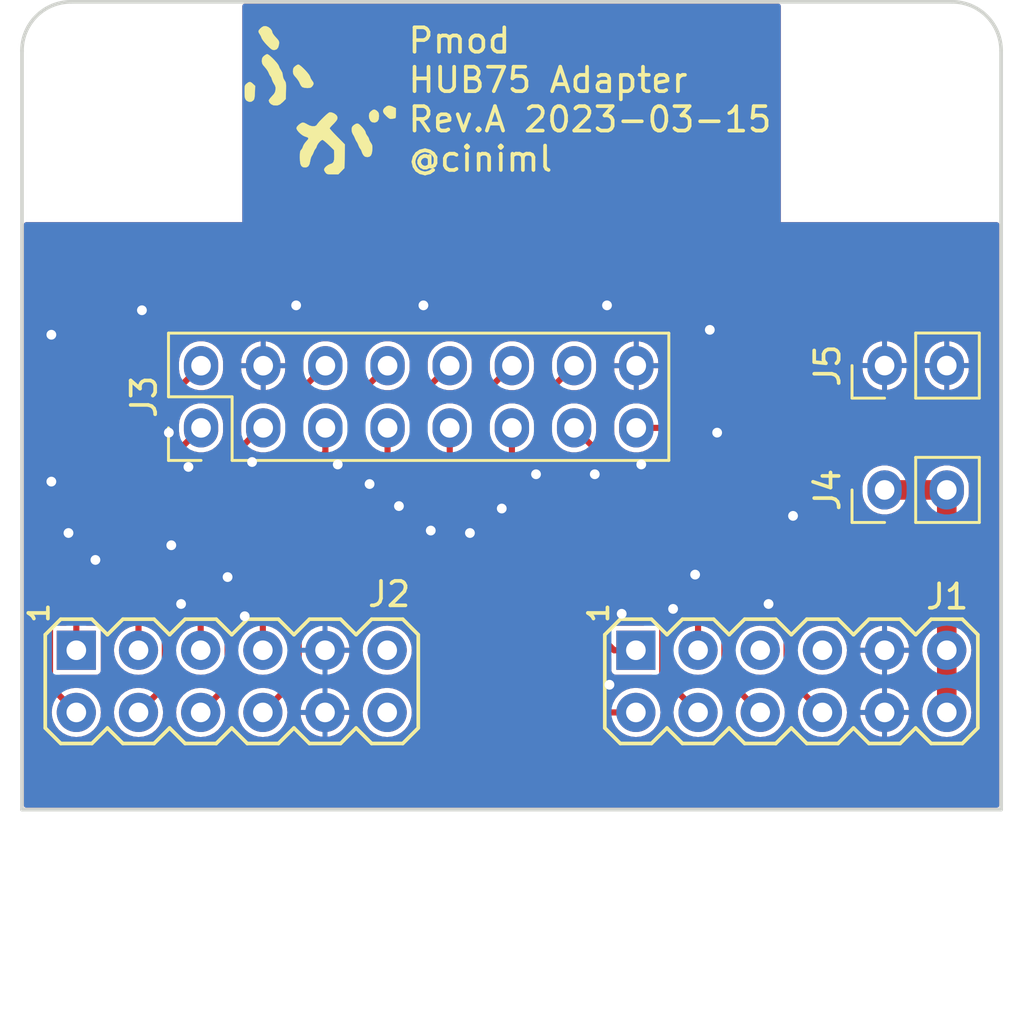
<source format=kicad_pcb>
(kicad_pcb (version 20221018) (generator pcbnew)
  (layers (0 "F.Cu" signal) (31 "B.Cu" signal) (34 "B.Paste" user) (35 "F.Paste" user) (36 "B.SilkS" user "B.Silkscreen") (37 "F.SilkS" user "F.Silkscreen") (38 "B.Mask" user) (39 "F.Mask" user) (44 "Edge.Cuts" user))
  (net 0 "")
  (net 1 "GND")
  (net 2 "+3V3")
  (net 3 "/PMOD0_P1_R1")
  (net 4 "/PMOD0_P2_B1")
  (net 5 "/PMOD0_P3_R2")
  (net 6 "/PMOD0_P4_B2")
  (net 7 "/PMOD0_P7_G1")
  (net 8 "/PMOD0_P8_G2")
  (net 9 "/PMOD0_P9_E")
  (net 10 "/PMOD0_P10_B")
  (net 11 "/PMOD1_P1_D")
  (net 12 "/PMOD1_P2_LAT")
  (net 13 "/PMOD1_P7_A")
  (net 14 "/PMOD1_P8_C")
  (net 15 "/PMOD1_P9_CLK")
  (net 16 "/PMOD1_P10_OE")
  (footprint "local:logo" (layer "F.Cu") (at -7.8 12)
    (fp_text reference "LOGO1" hide)
    (fp_text value "Logo_Open_Hardware_Small" hide)
    (fp_poly (pts (xy 2.266534 0.431852) (xy 2.305593 0.463223) (xy 2.355262 0.515521) (xy 2.378658 0.575002) (xy 2.384765 0.665353) (xy 2.384778 0.671927) (xy 2.367945 0.801733) (xy 2.317161 0.886684) (xy 2.231998 0.927335) (xy 2.184897 0.931334) (xy 2.094536 0.911088) (xy 2.034049 0.856972) (xy 1.984825 0.749721) (xy 1.975556 0.661925) (xy 1.983784 0.573551) (xy 2.017069 0.511515) (xy 2.062388 0.468176) (xy 2.140159 0.412537) (xy 2.201815 0.40056) (xy 2.266534 0.431852)) (stroke (width 0.01)) (fill solid) (layer "F.SilkS"))
    (fp_poly (pts (xy 2.900714 0.263428) (xy 2.951144 0.286205) (xy 3.076222 0.348672) (xy 3.076222 0.550632) (xy 3.072234 0.669347) (xy 3.05976 0.736614) (xy 3.040945 0.756825) (xy 2.989587 0.764971) (xy 2.916398 0.778483) (xy 2.860413 0.783104) (xy 2.809802 0.766674) (xy 2.747835 0.721382) (xy 2.697202 0.676145) (xy 2.602329 0.577949) (xy 2.555018 0.497724) (xy 2.553042 0.42685) (xy 2.594173 0.356709) (xy 2.610128 0.339113) (xy 2.70204 0.264318) (xy 2.79423 0.239814) (xy 2.900714 0.263428)) (stroke (width 0.01)) (fill solid) (layer "F.SilkS"))
    (fp_poly (pts (xy -2.821762 -0.697439) (xy -2.76603 -0.649347) (xy -2.675646 -0.564916) (xy -2.685434 -0.299476) (xy -2.692719 -0.164645) (xy -2.704341 -0.073676) (xy -2.722756 -0.014017) (xy -2.748985 0.025316) (xy -2.829438 0.076831) (xy -2.923103 0.083052) (xy -3.01085 0.044945) (xy -3.045951 0.010305) (xy -3.07453 -0.034395) (xy -3.092145 -0.089239) (xy -3.101259 -0.16837) (xy -3.104331 -0.285931) (xy -3.104444 -0.325853) (xy -3.103697 -0.449162) (xy -3.099073 -0.529802) (xy -3.087001 -0.581546) (xy -3.06391 -0.618166) (xy -3.026228 -0.653438) (xy -3.017612 -0.660713) (xy -2.942438 -0.715306) (xy -2.883435 -0.727832) (xy -2.821762 -0.697439)) (stroke (width 0.01)) (fill solid) (layer "F.SilkS"))
    (fp_poly (pts (xy -2.136828 -2.967847) (xy -2.051213 -2.903292) (xy -1.99239 -2.823171) (xy -1.975555 -2.755169) (xy -1.957022 -2.70896) (xy -1.90817 -2.637898) (xy -1.839127 -2.556509) (xy -1.830995 -2.547824) (xy -1.756918 -2.467201) (xy -1.714966 -2.410472) (xy -1.697559 -2.361412) (xy -1.697118 -2.303796) (xy -1.700657 -2.268785) (xy -1.732754 -2.142515) (xy -1.795162 -2.063728) (xy -1.887765 -2.03256) (xy -1.904604 -2.032) (xy -1.953741 -2.038825) (xy -2.005189 -2.064185) (xy -2.06924 -2.115406) (xy -2.156184 -2.199812) (xy -2.192054 -2.236611) (xy -2.279064 -2.332599) (xy -2.351105 -2.423213) (xy -2.398229 -2.495367) (xy -2.41024 -2.523661) (xy -2.444002 -2.6089) (xy -2.485305 -2.675634) (xy -2.524508 -2.739889) (xy -2.54 -2.792526) (xy -2.517976 -2.846273) (xy -2.463148 -2.910392) (xy -2.392381 -2.968442) (xy -2.323349 -3.00374) (xy -2.232964 -3.005207) (xy -2.136828 -2.967847)) (stroke (width 0.01)) (fill solid) (layer "F.SilkS"))
    (fp_poly (pts (xy -0.865785 -1.418897) (xy -0.795105 -1.364712) (xy -0.710403 -1.287463) (xy -0.622071 -1.197835) (xy -0.540502 -1.106512) (xy -0.47609 -1.024179) (xy -0.439226 -0.961521) (xy -0.435309 -0.949202) (xy -0.402903 -0.865014) (xy -0.351172 -0.783474) (xy -0.349124 -0.781001) (xy -0.29677 -0.706358) (xy -0.287938 -0.645977) (xy -0.321861 -0.579131) (xy -0.340715 -0.554139) (xy -0.385496 -0.508646) (xy -0.440053 -0.486458) (xy -0.525606 -0.479893) (xy -0.546102 -0.479778) (xy -0.650975 -0.488496) (xy -0.733647 -0.511284) (xy -0.75356 -0.522198) (xy -0.802299 -0.576958) (xy -0.843485 -0.656487) (xy -0.848363 -0.670365) (xy -0.886715 -0.749038) (xy -0.950318 -0.842641) (xy -1.005745 -0.908957) (xy -1.075428 -0.98955) (xy -1.112708 -1.052551) (xy -1.127173 -1.118088) (xy -1.128889 -1.167504) (xy -1.121719 -1.256372) (xy -1.092204 -1.317245) (xy -1.042057 -1.366269) (xy -0.976154 -1.413187) (xy -0.921379 -1.438107) (xy -0.912049 -1.439333) (xy -0.865785 -1.418897)) (stroke (width 0.01)) (fill solid) (layer "F.SilkS"))
    (fp_poly (pts (xy 1.57599 1.006093) (xy 1.647291 1.069696) (xy 1.721059 1.148928) (xy 1.784749 1.229604) (xy 1.82582 1.297543) (xy 1.834445 1.328217) (xy 1.852053 1.389112) (xy 1.895389 1.460716) (xy 1.905 1.472703) (xy 1.95107 1.538614) (xy 1.974723 1.594267) (xy 1.975556 1.60226) (xy 1.990872 1.652141) (xy 2.029438 1.724005) (xy 2.049445 1.754589) (xy 2.090439 1.821334) (xy 2.110827 1.883755) (xy 2.115402 1.964115) (xy 2.11171 2.043786) (xy 2.092012 2.185088) (xy 2.051581 2.278163) (xy 1.986447 2.32868) (xy 1.902674 2.342445) (xy 1.810579 2.321336) (xy 1.753778 2.270564) (xy 1.706417 2.19135) (xy 1.67936 2.117292) (xy 1.653456 2.046749) (xy 1.622407 2.00347) (xy 1.588318 1.956176) (xy 1.55493 1.881712) (xy 1.550098 1.867465) (xy 1.518115 1.787131) (xy 1.483133 1.725546) (xy 1.478451 1.719723) (xy 1.443115 1.66302) (xy 1.409132 1.584875) (xy 1.406947 1.578612) (xy 1.368637 1.490983) (xy 1.322513 1.415123) (xy 1.321928 1.414361) (xy 1.282335 1.32626) (xy 1.27 1.225297) (xy 1.276774 1.140537) (xy 1.306337 1.083182) (xy 1.367438 1.02922) (xy 1.456007 0.977615) (xy 1.519697 0.972301) (xy 1.57599 1.006093)) (stroke (width 0.01)) (fill solid) (layer "F.SilkS"))
    (fp_poly (pts (xy -2.135785 -1.84223) (xy -2.065105 -1.788045) (xy -1.980403 -1.710796) (xy -1.892071 -1.621168) (xy -1.810502 -1.529845) (xy -1.74609 -1.447512) (xy -1.709226 -1.384854) (xy -1.705309 -1.372536) (xy -1.672903 -1.288348) (xy -1.621172 -1.206807) (xy -1.619124 -1.204334) (xy -1.562092 -1.095628) (xy -1.552222 -1.015088) (xy -1.52529 -0.88379) (xy -1.479499 -0.798531) (xy -1.44841 -0.749647) (xy -1.428137 -0.703751) (xy -1.416815 -0.647992) (xy -1.412582 -0.569523) (xy -1.413571 -0.455494) (xy -1.415999 -0.360955) (xy -1.425222 -0.030467) (xy -1.548381 0.094943) (xy -1.66025 0.188192) (xy -1.770363 0.231715) (xy -1.892816 0.229959) (xy -1.942283 0.21919) (xy -2.026662 0.176854) (xy -2.090482 0.108322) (xy -2.116642 0.032149) (xy -2.116666 0.029968) (xy -2.097956 -0.01073) (xy -2.049104 -0.075541) (xy -1.986526 -0.144299) (xy -1.90972 -0.229413) (xy -1.866447 -0.300756) (xy -1.845389 -0.378824) (xy -1.841721 -0.406532) (xy -1.838596 -0.503404) (xy -1.861207 -0.579968) (xy -1.89865 -0.642264) (xy -1.948414 -0.72999) (xy -1.983666 -0.81759) (xy -1.988825 -0.837661) (xy -2.013514 -0.910774) (xy -2.046481 -0.959863) (xy -2.080629 -1.007134) (xy -2.114187 -1.081564) (xy -2.119079 -1.095868) (xy -2.156969 -1.17324) (xy -2.220187 -1.26592) (xy -2.275745 -1.332291) (xy -2.345428 -1.412884) (xy -2.382708 -1.475884) (xy -2.397173 -1.541421) (xy -2.398889 -1.590838) (xy -2.391719 -1.679705) (xy -2.362204 -1.740579) (xy -2.312057 -1.789602) (xy -2.246154 -1.83652) (xy -2.191379 -1.861441) (xy -2.182049 -1.862666) (xy -2.135785 -1.84223)) (stroke (width 0.01)) (fill solid) (layer "F.SilkS"))
    (fp_poly (pts (xy 0.447208 0.520011) (xy 0.543941 0.557204) (xy 0.62901 0.618331) (xy 0.662591 0.658298) (xy 0.688795 0.721283) (xy 0.680807 0.787618) (xy 0.634837 0.865844) (xy 0.547095 0.964499) (xy 0.510551 1.000828) (xy 0.439543 1.073708) (xy 0.388192 1.133387) (xy 0.366975 1.167624) (xy 0.366889 1.168675) (xy 0.385777 1.197315) (xy 0.437916 1.258262) (xy 0.516521 1.344035) (xy 0.614808 1.447153) (xy 0.679222 1.513038) (xy 0.991554 1.829605) (xy 0.982611 2.310677) (xy 0.973667 2.791748) (xy 0.847846 2.919874) (xy 0.722026 3.048) (xy 0.490061 3.048) (xy 0.374067 3.046697) (xy 0.299979 3.040309) (xy 0.253278 3.025118) (xy 0.219444 2.997407) (xy 0.199604 2.973639) (xy 0.158846 2.908353) (xy 0.141135 2.853292) (xy 0.141111 2.851919) (xy 0.164583 2.792835) (xy 0.224135 2.726849) (xy 0.303475 2.668103) (xy 0.38631 2.63074) (xy 0.399604 2.627525) (xy 0.47701 2.597565) (xy 0.52708 2.54001) (xy 0.553336 2.446742) (xy 0.559301 2.309646) (xy 0.557838 2.262875) (xy 0.549039 2.056305) (xy 0.334523 1.846597) (xy 0.242016 1.76006) (xy 0.160491 1.690892) (xy 0.100313 1.647488) (xy 0.075545 1.636889) (xy 0.02329 1.659181) (xy -0.040673 1.715257) (xy -0.101829 1.788921) (xy -0.145662 1.863972) (xy -0.156246 1.89555) (xy -0.182544 1.964516) (xy -0.212037 2.004085) (xy -0.246126 2.05138) (xy -0.279514 2.125844) (xy -0.284346 2.140091) (xy -0.317948 2.222499) (xy -0.356407 2.287747) (xy -0.361131 2.29351) (xy -0.389282 2.348791) (xy -0.41459 2.436932) (xy -0.426026 2.500643) (xy -0.45651 2.634255) (xy -0.507342 2.718978) (xy -0.582645 2.759983) (xy -0.637326 2.765778) (xy -0.722908 2.751953) (xy -0.783489 2.706418) (xy -0.822188 2.62308) (xy -0.842126 2.495848) (xy -0.846666 2.357124) (xy -0.844991 2.229537) (xy -0.838456 2.145551) (xy -0.824795 2.092385) (xy -0.801745 2.057255) (xy -0.791822 2.047559) (xy -0.746242 1.983759) (xy -0.718429 1.909129) (xy -0.688433 1.839394) (xy -0.631086 1.754787) (xy -0.584068 1.700506) (xy -0.517268 1.625368) (xy -0.496073 1.576029) (xy -0.523457 1.541562) (xy -0.602397 1.511037) (xy -0.638532 1.500458) (xy -0.72207 1.46132) (xy -0.81207 1.395652) (xy -0.895162 1.316465) (xy -0.957972 1.23677) (xy -0.987129 1.169575) (xy -0.987778 1.160665) (xy -0.965085 1.104551) (xy -0.908373 1.039138) (xy -0.834689 0.979169) (xy -0.761081 0.939391) (xy -0.722623 0.931334) (xy -0.659841 0.946898) (xy -0.579113 0.986073) (xy -0.547216 1.00617) (xy -0.444067 1.058734) (xy -0.337517 1.08432) (xy -0.242631 1.081988) (xy -0.174474 1.050796) (xy -0.158311 1.030464) (xy -0.115785 0.970951) (xy -0.045734 0.889896) (xy 0.041457 0.797547) (xy 0.135403 0.704156) (xy 0.225719 0.619971) (xy 0.302019 0.555244) (xy 0.353918 0.520224) (xy 0.361539 0.51739) (xy 0.447208 0.520011)) (stroke (width 0.01)) (fill solid) (layer "F.SilkS"))
  )
  (footprint "local:MountingHole_3.2mm_M3_Mask" (layer "F.Cu") (at -15 13)
    (fp_text reference "H1" hide)
    (fp_text value "MountingHole")
    (pad "" np_thru_hole circle (at 0 0) (size 3.2 3.2) (drill 3.2) (layers "F&B.Cu" "*.Mask"))
  )
  (footprint "local:MountingHole_3.2mm_M3_Mask" (layer "F.Cu") (at 15 13)
    (fp_text reference "H2" hide)
    (fp_text value "MountingHole")
    (pad "" np_thru_hole circle (at 0 0) (size 3.2 3.2) (drill 3.2) (layers "F&B.Cu" "*.Mask"))
  )
  (footprint "local:Conn_Pmod_Spec_B_Thin" (layer "F.Cu") (at 5.08 34.49 90)
    (fp_text reference "J1" (at 2.19 12.72) (layer "F.SilkS"))
    (fp_text value "Conn_02x06_Top_Bottom")
    (fp_text user "1" (at 1.524 -1.524 90 unlocked) (layer "F.SilkS") (effects (font (size 0.8 0.8))))
    (fp_line (start -3.81 -0.635) (end -3.175 -1.27) (stroke (width 0.15)) (layer "F.SilkS"))
    (fp_line (start -3.81 0.635) (end -3.81 -0.635) (stroke (width 0.15)) (layer "F.SilkS"))
    (fp_line (start -3.81 1.905) (end -3.175 1.27) (stroke (width 0.15)) (layer "F.SilkS"))
    (fp_line (start -3.81 3.175) (end -3.81 1.905) (stroke (width 0.15)) (layer "F.SilkS"))
    (fp_line (start -3.81 4.445) (end -3.175 3.81) (stroke (width 0.15)) (layer "F.SilkS"))
    (fp_line (start -3.81 5.715) (end -3.81 4.445) (stroke (width 0.15)) (layer "F.SilkS"))
    (fp_line (start -3.81 6.985) (end -3.175 6.35) (stroke (width 0.15)) (layer "F.SilkS"))
    (fp_line (start -3.81 8.255) (end -3.81 6.985) (stroke (width 0.15)) (layer "F.SilkS"))
    (fp_line (start -3.81 9.525) (end -3.175 8.89) (stroke (width 0.15)) (layer "F.SilkS"))
    (fp_line (start -3.81 10.795) (end -3.81 9.525) (stroke (width 0.15)) (layer "F.SilkS"))
    (fp_line (start -3.81 12.065) (end -3.175 11.43) (stroke (width 0.15)) (layer "F.SilkS"))
    (fp_line (start -3.81 13.335) (end -3.81 12.065) (stroke (width 0.15)) (layer "F.SilkS"))
    (fp_line (start -3.175 -1.27) (end 0.635 -1.27) (stroke (width 0.15)) (layer "F.SilkS"))
    (fp_line (start -3.175 1.27) (end -3.81 0.635) (stroke (width 0.15)) (layer "F.SilkS"))
    (fp_line (start -3.175 3.81) (end -3.81 3.175) (stroke (width 0.15)) (layer "F.SilkS"))
    (fp_line (start -3.175 6.35) (end -3.81 5.715) (stroke (width 0.15)) (layer "F.SilkS"))
    (fp_line (start -3.175 8.89) (end -3.81 8.255) (stroke (width 0.15)) (layer "F.SilkS"))
    (fp_line (start -3.175 11.43) (end -3.81 10.795) (stroke (width 0.15)) (layer "F.SilkS"))
    (fp_line (start -3.175 13.97) (end -3.81 13.335) (stroke (width 0.15)) (layer "F.SilkS"))
    (fp_line (start 0.635 -1.27) (end 1.27 -0.635) (stroke (width 0.15)) (layer "F.SilkS"))
    (fp_line (start 0.635 1.27) (end 1.27 1.905) (stroke (width 0.15)) (layer "F.SilkS"))
    (fp_line (start 0.635 3.81) (end 1.27 4.445) (stroke (width 0.15)) (layer "F.SilkS"))
    (fp_line (start 0.635 6.35) (end 1.27 6.985) (stroke (width 0.15)) (layer "F.SilkS"))
    (fp_line (start 0.635 8.89) (end 1.27 9.525) (stroke (width 0.15)) (layer "F.SilkS"))
    (fp_line (start 0.635 11.43) (end 1.27 12.065) (stroke (width 0.15)) (layer "F.SilkS"))
    (fp_line (start 0.635 13.97) (end -3.175 13.97) (stroke (width 0.15)) (layer "F.SilkS"))
    (fp_line (start 1.27 -0.635) (end 1.27 0.635) (stroke (width 0.15)) (layer "F.SilkS"))
    (fp_line (start 1.27 0.635) (end 0.635 1.27) (stroke (width 0.15)) (layer "F.SilkS"))
    (fp_line (start 1.27 1.905) (end 1.27 3.175) (stroke (width 0.15)) (layer "F.SilkS"))
    (fp_line (start 1.27 3.175) (end 0.635 3.81) (stroke (width 0.15)) (layer "F.SilkS"))
    (fp_line (start 1.27 4.445) (end 1.27 5.715) (stroke (width 0.15)) (layer "F.SilkS"))
    (fp_line (start 1.27 5.715) (end 0.635 6.35) (stroke (width 0.15)) (layer "F.SilkS"))
    (fp_line (start 1.27 6.985) (end 1.27 8.255) (stroke (width 0.15)) (layer "F.SilkS"))
    (fp_line (start 1.27 8.255) (end 0.635 8.89) (stroke (width 0.15)) (layer "F.SilkS"))
    (fp_line (start 1.27 9.525) (end 1.27 10.795) (stroke (width 0.15)) (layer "F.SilkS"))
    (fp_line (start 1.27 10.795) (end 0.635 11.43) (stroke (width 0.15)) (layer "F.SilkS"))
    (fp_line (start 1.27 12.065) (end 1.27 13.335) (stroke (width 0.15)) (layer "F.SilkS"))
    (fp_line (start 1.27 13.335) (end 0.635 13.97) (stroke (width 0.15)) (layer "F.SilkS"))
    (pad "1" thru_hole rect (at 0 0 270) (size 1.6 1.6) (drill 0.8) (layers "*.Cu" "*.Mask") (net 11 "/PMOD1_P1_D"))
    (pad "2" thru_hole oval (at 0 2.54 270) (size 1.6 1.6) (drill 0.8) (layers "*.Cu" "*.Mask") (net 12 "/PMOD1_P2_LAT"))
    (pad "3" thru_hole oval (at 0 5.08 270) (size 1.6 1.6) (drill 0.8) (layers "*.Cu" "*.Mask"))
    (pad "4" thru_hole oval (at 0 7.62 270) (size 1.6 1.6) (drill 0.8) (layers "*.Cu" "*.Mask"))
    (pad "5" thru_hole oval (at 0 10.16 270) (size 1.6 1.6) (drill 0.8) (layers "*.Cu" "*.Mask") (net 1 "GND"))
    (pad "6" thru_hole oval (at 0 12.7 270) (size 1.6 1.6) (drill 0.8) (layers "*.Cu" "*.Mask") (net 2 "+3V3"))
    (pad "7" thru_hole oval (at -2.54 0 270) (size 1.6 1.6) (drill 0.8) (layers "*.Cu" "*.Mask") (net 13 "/PMOD1_P7_A"))
    (pad "8" thru_hole oval (at -2.54 2.54 270) (size 1.6 1.6) (drill 0.8) (layers "*.Cu" "*.Mask") (net 14 "/PMOD1_P8_C"))
    (pad "9" thru_hole oval (at -2.54 5.08 270) (size 1.6 1.6) (drill 0.8) (layers "*.Cu" "*.Mask") (net 15 "/PMOD1_P9_CLK"))
    (pad "10" thru_hole oval (at -2.54 7.62 270) (size 1.6 1.6) (drill 0.8) (layers "*.Cu" "*.Mask") (net 16 "/PMOD1_P10_OE"))
    (pad "11" thru_hole oval (at -2.54 10.16 270) (size 1.6 1.6) (drill 0.8) (layers "*.Cu" "*.Mask") (net 1 "GND"))
    (pad "12" thru_hole oval (at -2.54 12.7 270) (size 1.6 1.6) (drill 0.8) (layers "*.Cu" "*.Mask") (net 2 "+3V3"))
  )
  (footprint "Connector_PinHeader_2.54mm_thin:PinHeader_1x02_P2.54mm_Vertical" (layer "F.Cu") (at 15.24 22.86 90)
    (fp_text reference "J5" (at 0 -2.33 90) (layer "F.SilkS"))
    (fp_text value "Conn_01x02")
    (fp_line (start -1.33 -1.33) (end 0 -1.33) (stroke (width 0.12)) (layer "F.SilkS"))
    (fp_line (start -1.33 0) (end -1.33 -1.33) (stroke (width 0.12)) (layer "F.SilkS"))
    (fp_line (start -1.33 1.27) (end -1.33 3.87) (stroke (width 0.12)) (layer "F.SilkS"))
    (fp_line (start -1.33 1.27) (end 1.33 1.27) (stroke (width 0.12)) (layer "F.SilkS"))
    (fp_line (start -1.33 3.87) (end 1.33 3.87) (stroke (width 0.12)) (layer "F.SilkS"))
    (fp_line (start 1.33 1.27) (end 1.33 3.87) (stroke (width 0.12)) (layer "F.SilkS"))
    (pad "1" thru_hole oval (at 0 0 90) (size 1.6 1.4) (drill 0.8) (layers "*.Cu" "*.Mask") (net 1 "GND"))
    (pad "2" thru_hole oval (at 0 2.54 90) (size 1.6 1.4) (drill 0.8) (layers "*.Cu" "*.Mask") (net 1 "GND"))
  )
  (footprint "Connector_PinHeader_2.54mm_thin:PinHeader_2x08_P2.54mm_Vertical" (layer "F.Cu") (at -12.685 25.405 90)
    (fp_text reference "J3" (at 1.27 -2.33 90) (layer "F.SilkS"))
    (fp_text value "Conn_02x08_Odd_Even")
    (fp_line (start -1.33 -1.33) (end 0 -1.33) (stroke (width 0.12)) (layer "F.SilkS"))
    (fp_line (start -1.33 0) (end -1.33 -1.33) (stroke (width 0.12)) (layer "F.SilkS"))
    (fp_line (start -1.33 1.27) (end -1.33 19.11) (stroke (width 0.12)) (layer "F.SilkS"))
    (fp_line (start -1.33 1.27) (end 1.27 1.27) (stroke (width 0.12)) (layer "F.SilkS"))
    (fp_line (start -1.33 19.11) (end 3.87 19.11) (stroke (width 0.12)) (layer "F.SilkS"))
    (fp_line (start 1.27 -1.33) (end 3.87 -1.33) (stroke (width 0.12)) (layer "F.SilkS"))
    (fp_line (start 1.27 1.27) (end 1.27 -1.33) (stroke (width 0.12)) (layer "F.SilkS"))
    (fp_line (start 3.87 -1.33) (end 3.87 19.11) (stroke (width 0.12)) (layer "F.SilkS"))
    (pad "1" thru_hole oval (at 0 0 90) (size 1.6 1.4) (drill 0.8) (layers "*.Cu" "*.Mask") (net 3 "/PMOD0_P1_R1"))
    (pad "2" thru_hole oval (at 2.54 0 90) (size 1.6 1.4) (drill 0.8) (layers "*.Cu" "*.Mask") (net 7 "/PMOD0_P7_G1"))
    (pad "3" thru_hole oval (at 0 2.54 90) (size 1.6 1.4) (drill 0.8) (layers "*.Cu" "*.Mask") (net 4 "/PMOD0_P2_B1"))
    (pad "4" thru_hole oval (at 2.54 2.54 90) (size 1.6 1.4) (drill 0.8) (layers "*.Cu" "*.Mask") (net 1 "GND"))
    (pad "5" thru_hole oval (at 0 5.08 90) (size 1.6 1.4) (drill 0.8) (layers "*.Cu" "*.Mask") (net 5 "/PMOD0_P3_R2"))
    (pad "6" thru_hole oval (at 2.54 5.08 90) (size 1.6 1.4) (drill 0.8) (layers "*.Cu" "*.Mask") (net 8 "/PMOD0_P8_G2"))
    (pad "7" thru_hole oval (at 0 7.62 90) (size 1.6 1.4) (drill 0.8) (layers "*.Cu" "*.Mask") (net 6 "/PMOD0_P4_B2"))
    (pad "8" thru_hole oval (at 2.54 7.62 90) (size 1.6 1.4) (drill 0.8) (layers "*.Cu" "*.Mask") (net 9 "/PMOD0_P9_E"))
    (pad "9" thru_hole oval (at 0 10.16 90) (size 1.6 1.4) (drill 0.8) (layers "*.Cu" "*.Mask") (net 13 "/PMOD1_P7_A"))
    (pad "10" thru_hole oval (at 2.54 10.16 90) (size 1.6 1.4) (drill 0.8) (layers "*.Cu" "*.Mask") (net 10 "/PMOD0_P10_B"))
    (pad "11" thru_hole oval (at 0 12.7 90) (size 1.6 1.4) (drill 0.8) (layers "*.Cu" "*.Mask") (net 14 "/PMOD1_P8_C"))
    (pad "12" thru_hole oval (at 2.54 12.7 90) (size 1.6 1.4) (drill 0.8) (layers "*.Cu" "*.Mask") (net 11 "/PMOD1_P1_D"))
    (pad "13" thru_hole oval (at 0 15.24 90) (size 1.6 1.4) (drill 0.8) (layers "*.Cu" "*.Mask") (net 15 "/PMOD1_P9_CLK"))
    (pad "14" thru_hole oval (at 2.54 15.24 90) (size 1.6 1.4) (drill 0.8) (layers "*.Cu" "*.Mask") (net 12 "/PMOD1_P2_LAT"))
    (pad "15" thru_hole oval (at 0 17.78 90) (size 1.6 1.4) (drill 0.8) (layers "*.Cu" "*.Mask") (net 16 "/PMOD1_P10_OE"))
    (pad "16" thru_hole oval (at 2.54 17.78 90) (size 1.6 1.4) (drill 0.8) (layers "*.Cu" "*.Mask") (net 1 "GND"))
  )
  (footprint "local:Conn_Pmod_Spec_B_Thin" (layer "F.Cu") (at -17.78 34.49 90)
    (fp_text reference "J2" (at 2.29 12.78) (layer "F.SilkS"))
    (fp_text value "Conn_02x06_Top_Bottom")
    (fp_text user "1" (at 1.524 -1.524 90 unlocked) (layer "F.SilkS") (effects (font (size 0.8 0.8))))
    (fp_line (start -3.81 -0.635) (end -3.175 -1.27) (stroke (width 0.15)) (layer "F.SilkS"))
    (fp_line (start -3.81 0.635) (end -3.81 -0.635) (stroke (width 0.15)) (layer "F.SilkS"))
    (fp_line (start -3.81 1.905) (end -3.175 1.27) (stroke (width 0.15)) (layer "F.SilkS"))
    (fp_line (start -3.81 3.175) (end -3.81 1.905) (stroke (width 0.15)) (layer "F.SilkS"))
    (fp_line (start -3.81 4.445) (end -3.175 3.81) (stroke (width 0.15)) (layer "F.SilkS"))
    (fp_line (start -3.81 5.715) (end -3.81 4.445) (stroke (width 0.15)) (layer "F.SilkS"))
    (fp_line (start -3.81 6.985) (end -3.175 6.35) (stroke (width 0.15)) (layer "F.SilkS"))
    (fp_line (start -3.81 8.255) (end -3.81 6.985) (stroke (width 0.15)) (layer "F.SilkS"))
    (fp_line (start -3.81 9.525) (end -3.175 8.89) (stroke (width 0.15)) (layer "F.SilkS"))
    (fp_line (start -3.81 10.795) (end -3.81 9.525) (stroke (width 0.15)) (layer "F.SilkS"))
    (fp_line (start -3.81 12.065) (end -3.175 11.43) (stroke (width 0.15)) (layer "F.SilkS"))
    (fp_line (start -3.81 13.335) (end -3.81 12.065) (stroke (width 0.15)) (layer "F.SilkS"))
    (fp_line (start -3.175 -1.27) (end 0.635 -1.27) (stroke (width 0.15)) (layer "F.SilkS"))
    (fp_line (start -3.175 1.27) (end -3.81 0.635) (stroke (width 0.15)) (layer "F.SilkS"))
    (fp_line (start -3.175 3.81) (end -3.81 3.175) (stroke (width 0.15)) (layer "F.SilkS"))
    (fp_line (start -3.175 6.35) (end -3.81 5.715) (stroke (width 0.15)) (layer "F.SilkS"))
    (fp_line (start -3.175 8.89) (end -3.81 8.255) (stroke (width 0.15)) (layer "F.SilkS"))
    (fp_line (start -3.175 11.43) (end -3.81 10.795) (stroke (width 0.15)) (layer "F.SilkS"))
    (fp_line (start -3.175 13.97) (end -3.81 13.335) (stroke (width 0.15)) (layer "F.SilkS"))
    (fp_line (start 0.635 -1.27) (end 1.27 -0.635) (stroke (width 0.15)) (layer "F.SilkS"))
    (fp_line (start 0.635 1.27) (end 1.27 1.905) (stroke (width 0.15)) (layer "F.SilkS"))
    (fp_line (start 0.635 3.81) (end 1.27 4.445) (stroke (width 0.15)) (layer "F.SilkS"))
    (fp_line (start 0.635 6.35) (end 1.27 6.985) (stroke (width 0.15)) (layer "F.SilkS"))
    (fp_line (start 0.635 8.89) (end 1.27 9.525) (stroke (width 0.15)) (layer "F.SilkS"))
    (fp_line (start 0.635 11.43) (end 1.27 12.065) (stroke (width 0.15)) (layer "F.SilkS"))
    (fp_line (start 0.635 13.97) (end -3.175 13.97) (stroke (width 0.15)) (layer "F.SilkS"))
    (fp_line (start 1.27 -0.635) (end 1.27 0.635) (stroke (width 0.15)) (layer "F.SilkS"))
    (fp_line (start 1.27 0.635) (end 0.635 1.27) (stroke (width 0.15)) (layer "F.SilkS"))
    (fp_line (start 1.27 1.905) (end 1.27 3.175) (stroke (width 0.15)) (layer "F.SilkS"))
    (fp_line (start 1.27 3.175) (end 0.635 3.81) (stroke (width 0.15)) (layer "F.SilkS"))
    (fp_line (start 1.27 4.445) (end 1.27 5.715) (stroke (width 0.15)) (layer "F.SilkS"))
    (fp_line (start 1.27 5.715) (end 0.635 6.35) (stroke (width 0.15)) (layer "F.SilkS"))
    (fp_line (start 1.27 6.985) (end 1.27 8.255) (stroke (width 0.15)) (layer "F.SilkS"))
    (fp_line (start 1.27 8.255) (end 0.635 8.89) (stroke (width 0.15)) (layer "F.SilkS"))
    (fp_line (start 1.27 9.525) (end 1.27 10.795) (stroke (width 0.15)) (layer "F.SilkS"))
    (fp_line (start 1.27 10.795) (end 0.635 11.43) (stroke (width 0.15)) (layer "F.SilkS"))
    (fp_line (start 1.27 12.065) (end 1.27 13.335) (stroke (width 0.15)) (layer "F.SilkS"))
    (fp_line (start 1.27 13.335) (end 0.635 13.97) (stroke (width 0.15)) (layer "F.SilkS"))
    (pad "1" thru_hole rect (at 0 0 270) (size 1.6 1.6) (drill 0.8) (layers "*.Cu" "*.Mask") (net 3 "/PMOD0_P1_R1"))
    (pad "2" thru_hole oval (at 0 2.54 270) (size 1.6 1.6) (drill 0.8) (layers "*.Cu" "*.Mask") (net 4 "/PMOD0_P2_B1"))
    (pad "3" thru_hole oval (at 0 5.08 270) (size 1.6 1.6) (drill 0.8) (layers "*.Cu" "*.Mask") (net 5 "/PMOD0_P3_R2"))
    (pad "4" thru_hole oval (at 0 7.62 270) (size 1.6 1.6) (drill 0.8) (layers "*.Cu" "*.Mask") (net 6 "/PMOD0_P4_B2"))
    (pad "5" thru_hole oval (at 0 10.16 270) (size 1.6 1.6) (drill 0.8) (layers "*.Cu" "*.Mask") (net 1 "GND"))
    (pad "6" thru_hole oval (at 0 12.7 270) (size 1.6 1.6) (drill 0.8) (layers "*.Cu" "*.Mask") (net 2 "+3V3"))
    (pad "7" thru_hole oval (at -2.54 0 270) (size 1.6 1.6) (drill 0.8) (layers "*.Cu" "*.Mask") (net 7 "/PMOD0_P7_G1"))
    (pad "8" thru_hole oval (at -2.54 2.54 270) (size 1.6 1.6) (drill 0.8) (layers "*.Cu" "*.Mask") (net 8 "/PMOD0_P8_G2"))
    (pad "9" thru_hole oval (at -2.54 5.08 270) (size 1.6 1.6) (drill 0.8) (layers "*.Cu" "*.Mask") (net 9 "/PMOD0_P9_E"))
    (pad "10" thru_hole oval (at -2.54 7.62 270) (size 1.6 1.6) (drill 0.8) (layers "*.Cu" "*.Mask") (net 10 "/PMOD0_P10_B"))
    (pad "11" thru_hole oval (at -2.54 10.16 270) (size 1.6 1.6) (drill 0.8) (layers "*.Cu" "*.Mask") (net 1 "GND"))
    (pad "12" thru_hole oval (at -2.54 12.7 270) (size 1.6 1.6) (drill 0.8) (layers "*.Cu" "*.Mask") (net 2 "+3V3"))
  )
  (footprint "Connector_PinHeader_2.54mm_thin:PinHeader_1x02_P2.54mm_Vertical" (layer "F.Cu") (at 15.24 27.94 90)
    (fp_text reference "J4" (at 0 -2.33 90) (layer "F.SilkS"))
    (fp_text value "Conn_01x02")
    (fp_line (start -1.33 -1.33) (end 0 -1.33) (stroke (width 0.12)) (layer "F.SilkS"))
    (fp_line (start -1.33 0) (end -1.33 -1.33) (stroke (width 0.12)) (layer "F.SilkS"))
    (fp_line (start -1.33 1.27) (end -1.33 3.87) (stroke (width 0.12)) (layer "F.SilkS"))
    (fp_line (start -1.33 1.27) (end 1.33 1.27) (stroke (width 0.12)) (layer "F.SilkS"))
    (fp_line (start -1.33 3.87) (end 1.33 3.87) (stroke (width 0.12)) (layer "F.SilkS"))
    (fp_line (start 1.33 1.27) (end 1.33 3.87) (stroke (width 0.12)) (layer "F.SilkS"))
    (pad "1" thru_hole oval (at 0 0 90) (size 1.6 1.4) (drill 0.8) (layers "*.Cu" "*.Mask") (net 2 "+3V3"))
    (pad "2" thru_hole oval (at 0 2.54 90) (size 1.6 1.4) (drill 0.8) (layers "*.Cu" "*.Mask") (net 2 "+3V3"))
  )
  (gr_line (start -20 41) (end -20 10) (stroke (width 0.15)) (layer "Edge.Cuts"))
  (gr_line (start -20 41) (end 20 41) (stroke (width 0.15)) (layer "Edge.Cuts"))
  (gr_arc (start 18 8) (mid 19.414214 8.585786) (end 20 10) (stroke (width 0.15)) (layer "Edge.Cuts"))
  (gr_arc (start -20 10) (mid -19.414214 8.585786) (end -18 8) (stroke (width 0.15)) (layer "Edge.Cuts"))
  (gr_line (start -18 8) (end 18 8) (stroke (width 0.15)) (layer "Edge.Cuts"))
  (gr_line (start 20 41) (end 20 10) (stroke (width 0.15)) (layer "Edge.Cuts"))
  (gr_text "Pmod\nHUB75 Adapter\nRev.A 2023-03-15\n@ciniml" (at -4.3 12) (layer "F.SilkS") (effects (font (size 1 1)) (justify left)))
  (via (at -13.9 30.2) (size 0.8) (drill 0.4) (layers "F.Cu" "B.Cu") (net 1))
  (via (at -18.1 29.7) (size 0.8) (drill 0.4) (layers "F.Cu" "B.Cu") (net 1))
  (via (at 4.5 33) (size 0.8) (drill 0.4) (layers "F.Cu" "B.Cu") (net 1))
  (via (at 11.5 29) (size 0.8) (drill 0.4) (layers "F.Cu" "B.Cu") (net 1))
  (via (at 7.5 31.4) (size 0.8) (drill 0.4) (layers "F.Cu" "B.Cu") (net 1))
  (via (at 10.5 32.6) (size 0.8) (drill 0.4) (layers "F.Cu" "B.Cu") (net 1))
  (via (at -0.4 28.7) (size 0.8) (drill 0.4) (layers "F.Cu" "B.Cu") (net 1))
  (via (at -8.8 20.4) (size 0.8) (drill 0.4) (layers "F.Cu" "B.Cu") (net 1))
  (via (at 1 27.3) (size 0.8) (drill 0.4) (layers "F.Cu" "B.Cu") (net 1))
  (via (at 4 35.9) (size 0.8) (drill 0.4) (layers "F.Cu" "B.Cu") (net 1))
  (via (at -1.7 29.7) (size 0.8) (drill 0.4) (layers "F.Cu" "B.Cu") (net 1))
  (via (at -14 25.6) (size 0.8) (drill 0.4) (layers "F.Cu" "B.Cu") (net 1))
  (via (at -17 30.8) (size 0.8) (drill 0.4) (layers "F.Cu" "B.Cu") (net 1))
  (via (at -18.8 27.6) (size 0.8) (drill 0.4) (layers "F.Cu" "B.Cu") (net 1))
  (via (at -10.6 26.8) (size 0.8) (drill 0.4) (layers "F.Cu" "B.Cu") (net 1))
  (via (at 5.3 26.9) (size 0.8) (drill 0.4) (layers "F.Cu" "B.Cu") (net 1))
  (via (at -11.6 31.5) (size 0.8) (drill 0.4) (layers "F.Cu" "B.Cu") (net 1))
  (via (at -13.2 27) (size 0.8) (drill 0.4) (layers "F.Cu" "B.Cu") (net 1))
  (via (at -18.8 21.6) (size 0.8) (drill 0.4) (layers "F.Cu" "B.Cu") (net 1))
  (via (at 8.4 25.6) (size 0.8) (drill 0.4) (layers "F.Cu" "B.Cu") (net 1))
  (via (at 3.4 27.3) (size 0.8) (drill 0.4) (layers "F.Cu" "B.Cu") (net 1))
  (via (at -7.1 26.9) (size 0.8) (drill 0.4) (layers "F.Cu" "B.Cu") (net 1))
  (via (at 8.1 21.4) (size 0.8) (drill 0.4) (layers "F.Cu" "B.Cu") (net 1))
  (via (at -13.5 32.6) (size 0.8) (drill 0.4) (layers "F.Cu" "B.Cu") (net 1))
  (via (at 3.9 20.4) (size 0.8) (drill 0.4) (layers "F.Cu" "B.Cu") (net 1))
  (via (at 6.6 32.8) (size 0.8) (drill 0.4) (layers "F.Cu" "B.Cu") (net 1))
  (via (at -4.6 28.6) (size 0.8) (drill 0.4) (layers "F.Cu" "B.Cu") (net 1))
  (via (at -3.3 29.6) (size 0.8) (drill 0.4) (layers "F.Cu" "B.Cu") (net 1))
  (via (at -3.6 20.4) (size 0.8) (drill 0.4) (layers "F.Cu" "B.Cu") (net 1))
  (via (at -15.1 20.6) (size 0.8) (drill 0.4) (layers "F.Cu" "B.Cu") (net 1))
  (via (at -5.8 27.7) (size 0.8) (drill 0.4) (layers "F.Cu" "B.Cu") (net 1))
  (via (at -10.9 33.1) (size 0.8) (drill 0.4) (layers "F.Cu" "B.Cu") (net 1))
  (segment (start 17.78 37.03) (end 17.78 34.49) (width 0.8) (layer "F.Cu") (net 2))
  (segment (start 17.78 27.94) (end 15.24 27.94) (width 0.8) (layer "F.Cu") (net 2))
  (segment (start 17.78 34.49) (end 17.78 27.94) (width 0.8) (layer "F.Cu") (net 2))
  (segment (start -12.685 25.405) (end -17.78 30.5) (width 0.25) (layer "F.Cu") (net 3))
  (segment (start -17.78 30.5) (end -17.78 34.49) (width 0.25) (layer "F.Cu") (net 3))
  (segment (start -10.145 25.405) (end -10.245 25.405) (width 0.25) (layer "F.Cu") (net 4))
  (segment (start -10.245 25.405) (end -15.24 30.4) (width 0.25) (layer "F.Cu") (net 4))
  (segment (start -15.24 30.4) (end -15.24 34.49) (width 0.25) (layer "F.Cu") (net 4))
  (segment (start -7.605 26.405) (end -12.7 31.5) (width 0.25) (layer "F.Cu") (net 5))
  (segment (start -7.605 25.405) (end -7.605 26.405) (width 0.25) (layer "F.Cu") (net 5))
  (segment (start -12.7 31.5) (end -12.7 34.49) (width 0.25) (layer "F.Cu") (net 5))
  (segment (start -5.065 25.405) (end -5.065 28.065) (width 0.25) (layer "F.Cu") (net 6))
  (segment (start -10.16 33.16) (end -10.16 34.49) (width 0.25) (layer "F.Cu") (net 6))
  (segment (start -5.065 28.065) (end -10.16 33.16) (width 0.25) (layer "F.Cu") (net 6))
  (segment (start -12.685 22.865) (end -18.855 29.035) (width 0.25) (layer "F.Cu") (net 7))
  (segment (start -18.855 35.955) (end -18.855 29.035) (width 0.25) (layer "F.Cu") (net 7))
  (segment (start -17.78 37.03) (end -18.855 35.955) (width 0.25) (layer "F.Cu") (net 7))
  (segment (start -8.9 26.2) (end -8.9 24.16) (width 0.25) (layer "F.Cu") (net 8))
  (segment (start -14.175 32.879595) (end -14.175 31.475) (width 0.25) (layer "F.Cu") (net 8))
  (segment (start -14.165 35.955) (end -14.165 32.889595) (width 0.25) (layer "F.Cu") (net 8))
  (segment (start -8.9 24.16) (end -7.605 22.865) (width 0.25) (layer "F.Cu") (net 8))
  (segment (start -14.175 31.475) (end -8.9 26.2) (width 0.25) (layer "F.Cu") (net 8))
  (segment (start -14.165 32.889595) (end -14.175 32.879595) (width 0.25) (layer "F.Cu") (net 8))
  (segment (start -15.24 37.03) (end -14.165 35.955) (width 0.25) (layer "F.Cu") (net 8))
  (segment (start -6.3 24.1) (end -6.3 27.2) (width 0.25) (layer "F.Cu") (net 9))
  (segment (start -6.3 27.2) (end -11.6 32.5) (width 0.25) (layer "F.Cu") (net 9))
  (segment (start -12.7 37.03) (end -11.6 35.93) (width 0.25) (layer "F.Cu") (net 9))
  (segment (start -11.6 35.93) (end -11.6 32.5) (width 0.25) (layer "F.Cu") (net 9))
  (segment (start -5.065 22.865) (end -6.3 24.1) (width 0.25) (layer "F.Cu") (net 9))
  (segment (start -3.8 28.905) (end -3.8 24.14) (width 0.25) (layer "F.Cu") (net 10))
  (segment (start -8.695 35.565) (end -8.695 33.8) (width 0.25) (layer "F.Cu") (net 10))
  (segment (start -8.695 33.8) (end -3.8 28.905) (width 0.25) (layer "F.Cu") (net 10))
  (segment (start -3.8 24.14) (end -2.525 22.865) (width 0.25) (layer "F.Cu") (net 10))
  (segment (start -10.16 37.03) (end -8.695 35.565) (width 0.25) (layer "F.Cu") (net 10))
  (segment (start -1.2 24.08) (end 0.015 22.865) (width 0.25) (layer "F.Cu") (net 11))
  (segment (start 4.19 34.49) (end -1.2 29.1) (width 0.25) (layer "F.Cu") (net 11))
  (segment (start 5.08 34.49) (end 4.19 34.49) (width 0.25) (layer "F.Cu") (net 11))
  (segment (start -1.2 29.1) (end -1.2 24.08) (width 0.25) (layer "F.Cu") (net 11))
  (segment (start 2.555 22.865) (end 1.4 24.02) (width 0.25) (layer "F.Cu") (net 12))
  (segment (start 7.62 32.72) (end 7.62 34.49) (width 0.25) (layer "F.Cu") (net 12))
  (segment (start 1.4 24.02) (end 1.4 26.5) (width 0.25) (layer "F.Cu") (net 12))
  (segment (start 1.4 26.5) (end 7.62 32.72) (width 0.25) (layer "F.Cu") (net 12))
  (segment (start 5.08 37.03) (end 3.73 37.03) (width 0.25) (layer "F.Cu") (net 13))
  (segment (start -2.525 30.775) (end -2.525 25.405) (width 0.25) (layer "F.Cu") (net 13))
  (segment (start 3.73 37.03) (end -2.525 30.775) (width 0.25) (layer "F.Cu") (net 13))
  (segment (start 0.015 27.415) (end 0.015 25.405) (width 0.25) (layer "F.Cu") (net 14))
  (segment (start 7.62 37.03) (end 6.155 35.565) (width 0.25) (layer "F.Cu") (net 14))
  (segment (start 6.155 33.555) (end 0.015 27.415) (width 0.25) (layer "F.Cu") (net 14))
  (segment (start 6.155 35.565) (end 6.155 33.555) (width 0.25) (layer "F.Cu") (net 14))
  (segment (start 8.695 31.545) (end 2.555 25.405) (width 0.25) (layer "F.Cu") (net 15))
  (segment (start 8.695 35.565) (end 8.695 31.545) (width 0.25) (layer "F.Cu") (net 15))
  (segment (start 10.16 37.03) (end 8.695 35.565) (width 0.25) (layer "F.Cu") (net 15))
  (segment (start 6.405 25.405) (end 5.095 25.405) (width 0.25) (layer "F.Cu") (net 16))
  (segment (start 11.235 30.235) (end 6.405 25.405) (width 0.25) (layer "F.Cu") (net 16))
  (segment (start 11.235 35.565) (end 11.235 30.235) (width 0.25) (layer "F.Cu") (net 16))
  (segment (start 12.7 37.03) (end 11.235 35.565) (width 0.25) (layer "F.Cu") (net 16))
  (zone (net 0) (net_name "") (layers "F&B.Cu") (connect_pads (clearance 0)) (min_thickness 0.25)
    (keepout (tracks allowed) (vias allowed) (pads allowed) (copperpour not_allowed) (footprints allowed))
    (fill (thermal_gap 0.5) (thermal_bridge_width 0.5))
    (polygon (pts (xy 11 17) (xy 20 17) (xy 20 8) (xy 11 8)))
  )
  (zone (net 0) (net_name "") (layers "F&B.Cu") (connect_pads (clearance 0)) (min_thickness 0.25)
    (keepout (tracks allowed) (vias allowed) (pads allowed) (copperpour not_allowed) (footprints allowed))
    (fill (thermal_gap 0.5) (thermal_bridge_width 0.5))
    (polygon (pts (xy -20 17) (xy -11 17) (xy -11 8) (xy -20 8)))
  )
  (zone (net 1) (net_name "GND") (layers "F&B.Cu") (name "GND") (connect_pads (clearance 0.2)) (min_thickness 0.2) (fill yes (thermal_gap 0.2) (thermal_bridge_width 0.2))
    (polygon (pts (xy 20 41) (xy -20 41) (xy -20 8) (xy 20 8)))
  )
)
</source>
